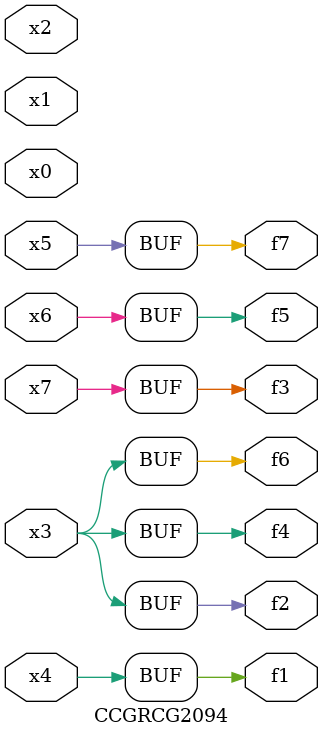
<source format=v>
module CCGRCG2094(
	input x0, x1, x2, x3, x4, x5, x6, x7,
	output f1, f2, f3, f4, f5, f6, f7
);
	assign f1 = x4;
	assign f2 = x3;
	assign f3 = x7;
	assign f4 = x3;
	assign f5 = x6;
	assign f6 = x3;
	assign f7 = x5;
endmodule

</source>
